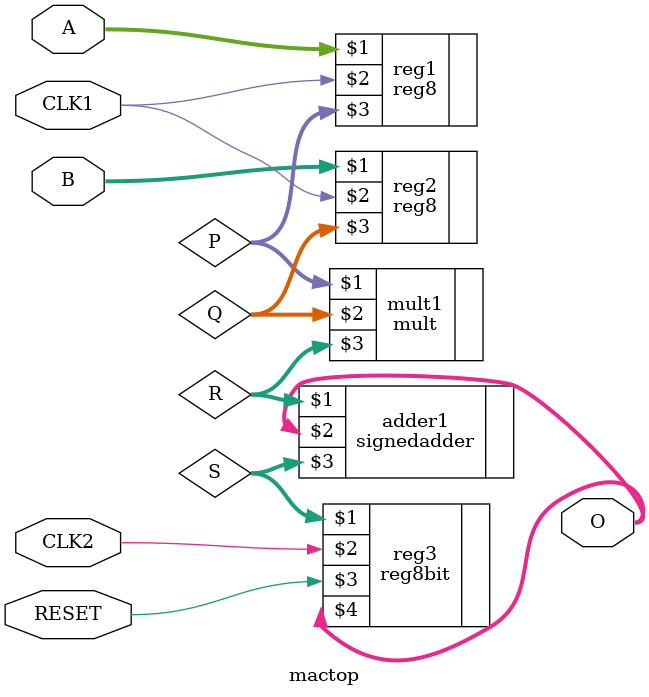
<source format=v>
`timescale 1ns / 1ps


module mactop(O, A, B, CLK1, CLK2, RESET);
  input [7:0]A;
  input [7:0]B;
  output [7:0]O;
  input CLK1, CLK2;
  input RESET;
  
  wire [7:0]P;
  wire [7:0]Q;
  wire [7:0]R;
  wire [7:0]S;
reg8 reg1(A, CLK1,P);
reg8 reg2(B, CLK1,Q); 
mult mult1(P,Q,R);
signedadder adder1(R,O,S);
reg8bit reg3(S,CLK2,RESET,O);

endmodule

</source>
